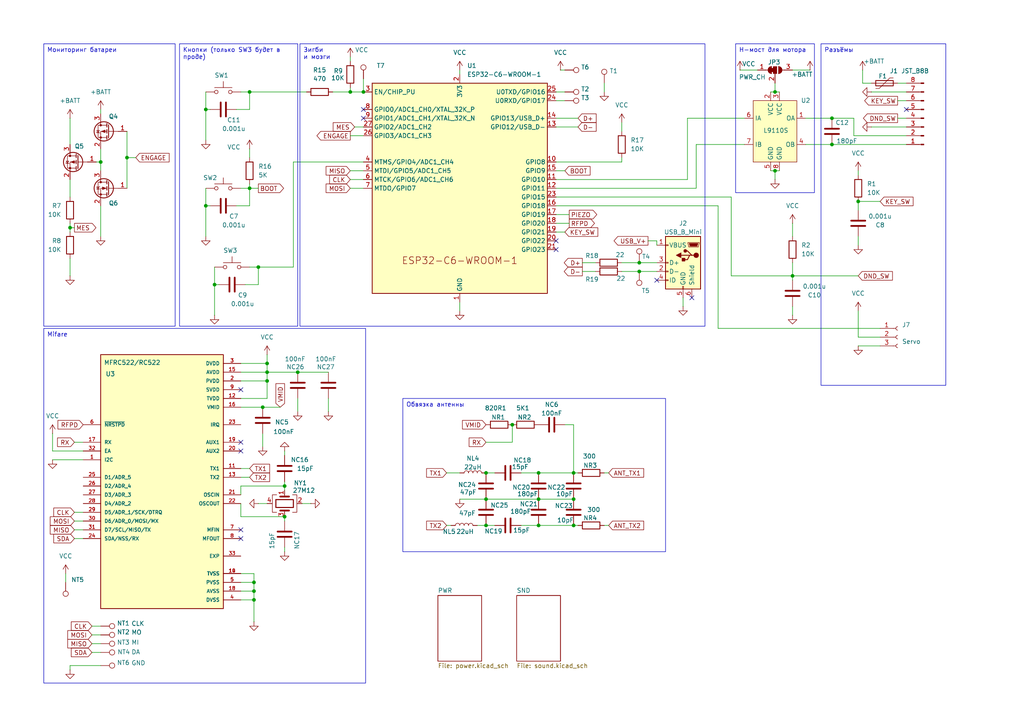
<source format=kicad_sch>
(kicad_sch (version 20250114) (generator "eeschema") (generator_version "9.0")
  (paper "A4")
  (title_block (title "Ornex Z-Lock") (date "2025-06-11") (rev "0.1.0") (company "Ornex") (comment 1 "Корневая страница"))
  (text_box "Мониторинг батареи" (at 12.7 12.7 0) (size 38.1 81.915) (margins 0.9525 0.9525 0.9525 0.9525) (effects (font (size 1.27 1.27)) (justify left top)))
  (text_box "Кнопки (только SW3 будет в проде)" (at 52.07 12.7 0) (size 34.29 81.915) (margins 0.9525 0.9525 0.9525 0.9525) (effects (font (size 1.27 1.27)) (justify left top)))
  (text_box "Mifare" (at 12.7 95.25 0) (size 93.345 102.87) (margins 0.9525 0.9525 0.9525 0.9525) (effects (font (size 1.27 1.27)) (justify left top)))
  (text_box "Н-мост для мотора" (at 213.36 12.7 0) (size 22.86 43.18) (margins 0.9525 0.9525 0.9525 0.9525) (effects (font (size 1.27 1.27)) (justify left top)))
  (text_box "Разъёмы" (at 238.125 12.7 0) (size 36.195 99.06) (margins 0.9525 0.9525 0.9525 0.9525) (effects (font (size 1.27 1.27)) (justify left top)))
  (text_box "Обвязка антенны" (at 116.84 115.57 0) (size 76.2 44.45) (margins 0.9525 0.9525 0.9525 0.9525) (effects (font (size 1.27 1.27)) (justify left top)))
  (text_box "Зигби\nи мозги" (at 86.995 12.7 0) (size 117.475 81.915) (margins 0.9525 0.9525 0.9525 0.9525) (effects (font (size 1.27 1.27)) (justify left top)))
  (junction (at 20.32 66.04))
  (junction (at 166.37 137.16))
  (junction (at 86.36 107.95))
  (junction (at 241.3 41.91))
  (junction (at 248.92 58.42))
  (junction (at 59.69 31.75))
  (junction (at 166.37 144.78))
  (junction (at 156.21 152.4))
  (junction (at 185.42 76.2))
  (junction (at 185.42 78.74))
  (junction (at 77.47 107.95))
  (junction (at 72.39 54.61))
  (junction (at 73.66 171.45))
  (junction (at 76.2 118.11))
  (junction (at 62.23 82.55))
  (junction (at 140.97 144.78))
  (junction (at 166.37 152.4))
  (junction (at 82.55 140.97))
  (junction (at 156.21 137.16))
  (junction (at 82.55 149.86))
  (junction (at 224.79 49.53))
  (junction (at 140.97 152.4))
  (junction (at 148.59 123.19))
  (junction (at 156.21 144.78))
  (junction (at 77.47 105.41))
  (junction (at 224.79 26.67))
  (junction (at 77.47 110.49))
  (junction (at 101.6 26.67))
  (junction (at 241.3 34.29))
  (junction (at 29.21 46.99))
  (junction (at 72.39 26.67))
  (junction (at 229.87 80.01))
  (junction (at 140.97 137.16))
  (junction (at 73.66 173.99))
  (junction (at 59.69 59.69))
  (junction (at 105.41 26.67))
  (junction (at 74.93 77.47))
  (junction (at 73.66 168.91))
  (junction (at 36.83 45.72))
  (no_connect (at 190.5 81.28))
  (no_connect (at 69.85 128.27))
  (no_connect (at 200.66 86.36))
  (no_connect (at 69.85 130.81))
  (no_connect (at 262.89 31.75))
  (no_connect (at 69.85 156.21))
  (no_connect (at 105.41 31.75))
  (no_connect (at 161.29 72.39))
  (no_connect (at 105.41 34.29))
  (no_connect (at 69.85 153.67))
  (no_connect (at 69.85 113.03))
  (no_connect (at 161.29 69.85))
  (wire (pts (xy 21.59 153.67) (xy 24.13 153.67)))
  (wire (pts (xy 82.55 149.86) (xy 82.55 151.13)))
  (wire (pts (xy 102.87 36.83) (xy 105.41 36.83)))
  (wire (pts (xy 151.13 137.16) (xy 156.21 137.16)))
  (wire (pts (xy 26.67 184.15) (xy 29.21 184.15)))
  (wire (pts (xy 20.32 34.29) (xy 20.32 41.91)))
  (wire (pts (xy 71.12 82.55) (xy 74.93 82.55)))
  (wire (pts (xy 260.35 29.21) (xy 262.89 29.21)))
  (wire (pts (xy 73.66 173.99) (xy 69.85 173.99)))
  (wire (pts (xy 248.92 97.79) (xy 255.27 97.79)))
  (wire (pts (xy 69.85 149.86) (xy 82.55 149.86)))
  (wire (pts (xy 161.29 59.69) (xy 208.28 59.69)))
  (wire (pts (xy 101.6 16.51) (xy 101.6 17.78)))
  (wire (pts (xy 72.39 135.89) (xy 69.85 135.89)))
  (wire (pts (xy 29.21 31.75) (xy 29.21 33.02)))
  (wire (pts (xy 69.85 168.91) (xy 73.66 168.91)))
  (wire (pts (xy 21.59 151.13) (xy 24.13 151.13)))
  (wire (pts (xy 29.21 59.69) (xy 29.21 68.58)))
  (wire (pts (xy 36.83 38.1) (xy 36.83 45.72)))
  (wire (pts (xy 201.93 41.91) (xy 215.9 41.91)))
  (wire (pts (xy 260.35 34.29) (xy 262.89 34.29)))
  (wire (pts (xy 77.47 107.95) (xy 86.36 107.95)))
  (wire (pts (xy 241.3 41.91) (xy 262.89 41.91)))
  (wire (pts (xy 156.21 137.16) (xy 166.37 137.16)))
  (wire (pts (xy 101.6 54.61) (xy 105.41 54.61)))
  (wire (pts (xy 96.52 26.67) (xy 101.6 26.67)))
  (wire (pts (xy 198.12 86.36) (xy 198.12 88.9)))
  (wire (pts (xy 224.79 49.53) (xy 224.79 52.07)))
  (wire (pts (xy 229.87 81.28) (xy 229.87 80.01)))
  (wire (pts (xy 82.55 139.7) (xy 82.55 140.97)))
  (wire (pts (xy 59.69 59.69) (xy 59.69 68.58)))
  (wire (pts (xy 161.29 62.23) (xy 165.1 62.23)))
  (wire (pts (xy 76.2 125.73) (xy 76.2 129.54)))
  (wire (pts (xy 68.58 59.69) (xy 72.39 59.69)))
  (wire (pts (xy 69.85 26.67) (xy 72.39 26.67)))
  (wire (pts (xy 161.29 34.29) (xy 167.64 34.29)))
  (wire (pts (xy 185.42 78.74) (xy 190.5 78.74)))
  (wire (pts (xy 223.52 26.67) (xy 224.79 26.67)))
  (wire (pts (xy 151.13 152.4) (xy 156.21 152.4)))
  (wire (pts (xy 73.66 168.91) (xy 73.66 171.45)))
  (wire (pts (xy 69.85 171.45) (xy 73.66 171.45)))
  (wire (pts (xy 76.2 118.11) (xy 81.28 118.11)))
  (wire (pts (xy 229.87 80.01) (xy 248.92 80.01)))
  (wire (pts (xy 20.32 52.07) (xy 20.32 57.15)))
  (wire (pts (xy 140.97 137.16) (xy 143.51 137.16)))
  (wire (pts (xy 161.29 46.99) (xy 180.34 46.99)))
  (wire (pts (xy 176.53 137.16) (xy 175.26 137.16)))
  (wire (pts (xy 59.69 54.61) (xy 59.69 59.69)))
  (wire (pts (xy 15.24 130.81) (xy 24.13 130.81)))
  (wire (pts (xy 163.83 123.19) (xy 166.37 123.19)))
  (wire (pts (xy 161.29 67.31) (xy 163.83 67.31)))
  (wire (pts (xy 72.39 43.18) (xy 72.39 45.72)))
  (wire (pts (xy 82.55 132.08) (xy 82.55 130.81)))
  (wire (pts (xy 19.05 168.91) (xy 19.05 166.37)))
  (wire (pts (xy 233.68 41.91) (xy 241.3 41.91)))
  (wire (pts (xy 101.6 52.07) (xy 105.41 52.07)))
  (wire (pts (xy 199.39 52.07) (xy 161.29 52.07)))
  (wire (pts (xy 224.79 26.67) (xy 226.06 26.67)))
  (wire (pts (xy 69.85 140.97) (xy 82.55 140.97)))
  (wire (pts (xy 26.67 189.23) (xy 29.21 189.23)))
  (wire (pts (xy 140.97 144.78) (xy 156.21 144.78)))
  (wire (pts (xy 260.35 24.13) (xy 262.89 24.13)))
  (wire (pts (xy 72.39 26.67) (xy 88.9 26.67)))
  (wire (pts (xy 62.23 82.55) (xy 62.23 91.44)))
  (wire (pts (xy 72.39 138.43) (xy 69.85 138.43)))
  (wire (pts (xy 77.47 110.49) (xy 77.47 107.95)))
  (wire (pts (xy 201.93 41.91) (xy 201.93 54.61)))
  (wire (pts (xy 20.32 66.04) (xy 20.32 67.31)))
  (wire (pts (xy 73.66 171.45) (xy 73.66 173.99)))
  (wire (pts (xy 21.59 156.21) (xy 24.13 156.21)))
  (wire (pts (xy 85.09 77.47) (xy 74.93 77.47)))
  (wire (pts (xy 77.47 115.57) (xy 77.47 110.49)))
  (wire (pts (xy 148.59 123.19) (xy 148.59 128.27)))
  (wire (pts (xy 95.25 107.95) (xy 86.36 107.95)))
  (wire (pts (xy 29.21 49.53) (xy 29.21 46.99)))
  (wire (pts (xy 69.85 149.86) (xy 69.85 146.05)))
  (wire (pts (xy 223.52 49.53) (xy 224.79 49.53)))
  (wire (pts (xy 101.6 26.67) (xy 105.41 26.67)))
  (wire (pts (xy 214.63 20.32) (xy 219.71 20.32)))
  (wire (pts (xy 59.69 31.75) (xy 59.69 40.64)))
  (wire (pts (xy 161.29 49.53) (xy 163.83 49.53)))
  (wire (pts (xy 248.92 49.53) (xy 248.92 50.8)))
  (wire (pts (xy 26.67 181.61) (xy 29.21 181.61)))
  (wire (pts (xy 133.35 144.78) (xy 140.97 144.78)))
  (wire (pts (xy 74.93 82.55) (xy 74.93 77.47)))
  (wire (pts (xy 133.35 87.63) (xy 133.35 90.17)))
  (wire (pts (xy 248.92 58.42) (xy 248.92 60.96)))
  (wire (pts (xy 73.66 166.37) (xy 73.66 168.91)))
  (wire (pts (xy 21.59 128.27) (xy 24.13 128.27)))
  (wire (pts (xy 168.91 78.74) (xy 172.72 78.74)))
  (wire (pts (xy 36.83 45.72) (xy 36.83 54.61)))
  (wire (pts (xy 138.43 152.4) (xy 140.97 152.4)))
  (wire (pts (xy 77.47 105.41) (xy 77.47 107.95)))
  (wire (pts (xy 95.25 115.57) (xy 95.25 119.38)))
  (wire (pts (xy 212.09 57.15) (xy 212.09 80.01)))
  (wire (pts (xy 199.39 34.29) (xy 215.9 34.29)))
  (wire (pts (xy 77.47 107.95) (xy 69.85 107.95)))
  (wire (pts (xy 72.39 59.69) (xy 72.39 54.61)))
  (wire (pts (xy 208.28 95.25) (xy 255.27 95.25)))
  (wire (pts (xy 77.47 102.87) (xy 77.47 105.41)))
  (wire (pts (xy 180.34 76.2) (xy 185.42 76.2)))
  (wire (pts (xy 90.17 146.05) (xy 87.63 146.05)))
  (wire (pts (xy 161.29 64.77) (xy 165.1 64.77)))
  (wire (pts (xy 224.79 24.13) (xy 224.79 26.67)))
  (wire (pts (xy 161.29 29.21) (xy 163.83 29.21)))
  (wire (pts (xy 229.87 88.9) (xy 229.87 91.44)))
  (wire (pts (xy 21.59 148.59) (xy 24.13 148.59)))
  (wire (pts (xy 59.69 31.75) (xy 60.96 31.75)))
  (wire (pts (xy 20.32 193.04) (xy 20.32 194.31)))
  (wire (pts (xy 73.66 180.34) (xy 73.66 173.99)))
  (wire (pts (xy 129.54 137.16) (xy 133.35 137.16)))
  (wire (pts (xy 250.19 24.13) (xy 250.19 20.32)))
  (wire (pts (xy 82.55 140.97) (xy 82.55 142.24)))
  (wire (pts (xy 208.28 59.69) (xy 208.28 95.25)))
  (wire (pts (xy 166.37 152.4) (xy 167.64 152.4)))
  (wire (pts (xy 85.09 46.99) (xy 85.09 77.47)))
  (wire (pts (xy 59.69 26.67) (xy 59.69 31.75)))
  (wire (pts (xy 69.85 118.11) (xy 76.2 118.11)))
  (wire (pts (xy 252.73 36.83) (xy 262.89 36.83)))
  (wire (pts (xy 176.53 152.4) (xy 175.26 152.4)))
  (wire (pts (xy 250.19 24.13) (xy 252.73 24.13)))
  (wire (pts (xy 105.41 46.99) (xy 85.09 46.99)))
  (wire (pts (xy 105.41 22.86) (xy 105.41 26.67)))
  (wire (pts (xy 69.85 110.49) (xy 77.47 110.49)))
  (wire (pts (xy 201.93 54.61) (xy 161.29 54.61)))
  (wire (pts (xy 82.55 158.75) (xy 82.55 160.02)))
  (wire (pts (xy 190.5 69.85) (xy 190.5 71.12)))
  (wire (pts (xy 187.96 69.85) (xy 190.5 69.85)))
  (wire (pts (xy 163.83 26.67) (xy 161.29 26.67)))
  (wire (pts (xy 101.6 25.4) (xy 101.6 26.67)))
  (wire (pts (xy 180.34 78.74) (xy 185.42 78.74)))
  (wire (pts (xy 133.35 20.32) (xy 133.35 21.59)))
  (wire (pts (xy 255.27 100.33) (xy 248.92 100.33)))
  (wire (pts (xy 224.79 49.53) (xy 226.06 49.53)))
  (wire (pts (xy 72.39 31.75) (xy 72.39 26.67)))
  (wire (pts (xy 15.24 133.35) (xy 24.13 133.35)))
  (wire (pts (xy 101.6 39.37) (xy 105.41 39.37)))
  (wire (pts (xy 26.67 186.69) (xy 29.21 186.69)))
  (wire (pts (xy 140.97 152.4) (xy 143.51 152.4)))
  (wire (pts (xy 248.92 90.17) (xy 248.92 97.79)))
  (wire (pts (xy 248.92 58.42) (xy 255.27 58.42)))
  (wire (pts (xy 59.69 59.69) (xy 60.96 59.69)))
  (wire (pts (xy 248.92 68.58) (xy 248.92 71.12)))
  (wire (pts (xy 180.34 46.99) (xy 180.34 45.72)))
  (wire (pts (xy 180.34 35.56) (xy 180.34 38.1)))
  (wire (pts (xy 20.32 64.77) (xy 20.32 66.04)))
  (wire (pts (xy 86.36 115.57) (xy 86.36 119.38)))
  (wire (pts (xy 212.09 80.01) (xy 229.87 80.01)))
  (wire (pts (xy 156.21 144.78) (xy 166.37 144.78)))
  (wire (pts (xy 72.39 77.47) (xy 74.93 77.47)))
  (wire (pts (xy 161.29 36.83) (xy 167.64 36.83)))
  (wire (pts (xy 161.29 57.15) (xy 212.09 57.15)))
  (wire (pts (xy 166.37 137.16) (xy 167.64 137.16)))
  (wire (pts (xy 229.87 20.32) (xy 234.95 20.32)))
  (wire (pts (xy 62.23 77.47) (xy 62.23 82.55)))
  (wire (pts (xy 69.85 166.37) (xy 73.66 166.37)))
  (wire (pts (xy 247.65 34.29) (xy 247.65 39.37)))
  (wire (pts (xy 69.85 115.57) (xy 77.47 115.57)))
  (wire (pts (xy 20.32 193.04) (xy 29.21 193.04)))
  (wire (pts (xy 156.21 152.4) (xy 166.37 152.4)))
  (wire (pts (xy 68.58 31.75) (xy 72.39 31.75)))
  (wire (pts (xy 62.23 82.55) (xy 63.5 82.55)))
  (wire (pts (xy 199.39 34.29) (xy 199.39 52.07)))
  (wire (pts (xy 229.87 68.58) (xy 229.87 64.77)))
  (wire (pts (xy 229.87 76.2) (xy 229.87 80.01)))
  (wire (pts (xy 77.47 146.05) (xy 74.93 146.05)))
  (wire (pts (xy 241.3 34.29) (xy 247.65 34.29)))
  (wire (pts (xy 69.85 143.51) (xy 69.85 140.97)))
  (wire (pts (xy 247.65 39.37) (xy 262.89 39.37)))
  (wire (pts (xy 233.68 34.29) (xy 241.3 34.29)))
  (wire (pts (xy 72.39 53.34) (xy 72.39 54.61)))
  (wire (pts (xy 36.83 45.72) (xy 39.37 45.72)))
  (wire (pts (xy 69.85 105.41) (xy 77.47 105.41)))
  (wire (pts (xy 72.39 54.61) (xy 74.93 54.61)))
  (wire (pts (xy 162.56 20.32) (xy 163.83 20.32)))
  (wire (pts (xy 130.81 152.4) (xy 129.54 152.4)))
  (wire (pts (xy 252.73 26.67) (xy 262.89 26.67)))
  (wire (pts (xy 140.97 128.27) (xy 148.59 128.27)))
  (wire (pts (xy 69.85 54.61) (xy 72.39 54.61)))
  (wire (pts (xy 29.21 46.99) (xy 27.94 46.99)))
  (wire (pts (xy 185.42 76.2) (xy 190.5 76.2)))
  (wire (pts (xy 175.26 24.13) (xy 175.26 26.67)))
  (wire (pts (xy 15.24 130.81) (xy 15.24 125.73)))
  (wire (pts (xy 101.6 49.53) (xy 105.41 49.53)))
  (wire (pts (xy 168.91 76.2) (xy 172.72 76.2)))
  (wire (pts (xy 20.32 74.93) (xy 20.32 80.01)))
  (wire (pts (xy 166.37 123.19) (xy 166.37 137.16)))
  (wire (pts (xy 20.32 66.04) (xy 21.59 66.04)))
  (wire (pts (xy 29.21 43.18) (xy 29.21 46.99)))
  (global_label "D-" (shape input) (at 167.64 36.83 0) (property "Intersheetrefs" "${INTERSHEET_REFS}" (effects (hide yes))))
  (global_label "RX" (shape input) (at 21.59 128.27 180) (property "Intersheetrefs" "${INTERSHEET_REFS}" (effects (hide yes))))
  (global_label "TX1" (shape input) (at 72.39 135.89 0) (property "Intersheetrefs" "${INTERSHEET_REFS}" (effects (hide yes))))
  (global_label "CLK" (shape input) (at 26.67 181.61 180) (property "Intersheetrefs" "${INTERSHEET_REFS}" (effects (hide yes))))
  (global_label "MISO" (shape input) (at 21.59 153.67 180) (property "Intersheetrefs" "${INTERSHEET_REFS}" (effects (hide yes))))
  (global_label "SDA" (shape input) (at 26.67 189.23 180) (property "Intersheetrefs" "${INTERSHEET_REFS}" (effects (hide yes))))
  (global_label "TX2" (shape input) (at 72.39 138.43 0) (property "Intersheetrefs" "${INTERSHEET_REFS}" (effects (hide yes))))
  (global_label "BOOT" (shape output) (at 74.93 54.61 0) (property "Intersheetrefs" "${INTERSHEET_REFS}" (effects (hide yes))))
  (global_label "MISO" (shape input) (at 101.6 49.53 180) (property "Intersheetrefs" "${INTERSHEET_REFS}" (effects (hide yes))))
  (global_label "MOSI" (shape input) (at 26.67 184.15 180) (property "Intersheetrefs" "${INTERSHEET_REFS}" (effects (hide yes))))
  (global_label "CLK" (shape input) (at 101.6 52.07 180) (property "Intersheetrefs" "${INTERSHEET_REFS}" (effects (hide yes))))
  (global_label "D-" (shape output) (at 168.91 78.74 180) (property "Intersheetrefs" "${INTERSHEET_REFS}" (effects (hide yes))))
  (global_label "DND_SW" (shape input) (at 248.92 80.01 0) (property "Intersheetrefs" "${INTERSHEET_REFS}" (effects (hide yes))))
  (global_label "ENGAGE" (shape input) (at 39.37 45.72 0) (property "Intersheetrefs" "${INTERSHEET_REFS}" (effects (hide yes))))
  (global_label "KEY_SW" (shape input) (at 163.83 67.31 0) (property "Intersheetrefs" "${INTERSHEET_REFS}" (effects (hide yes))))
  (global_label "RX" (shape input) (at 140.97 128.27 180) (property "Intersheetrefs" "${INTERSHEET_REFS}" (effects (hide yes))))
  (global_label "TX1" (shape input) (at 129.54 137.16 180) (property "Intersheetrefs" "${INTERSHEET_REFS}" (effects (hide yes))))
  (global_label "RFPD" (shape input) (at 24.13 123.19 180) (property "Intersheetrefs" "${INTERSHEET_REFS}" (effects (hide yes))))
  (global_label "KEY_SW" (shape output) (at 260.35 29.21 180) (property "Intersheetrefs" "${INTERSHEET_REFS}" (effects (hide yes))))
  (global_label "ANT_TX2" (shape input) (at 176.53 152.4 0) (property "Intersheetrefs" "${INTERSHEET_REFS}" (effects (hide yes))))
  (global_label "D+" (shape input) (at 167.64 34.29 0) (property "Intersheetrefs" "${INTERSHEET_REFS}" (effects (hide yes))))
  (global_label "D+" (shape output) (at 168.91 76.2 180) (property "Intersheetrefs" "${INTERSHEET_REFS}" (effects (hide yes))))
  (global_label "TX2" (shape input) (at 129.54 152.4 180) (property "Intersheetrefs" "${INTERSHEET_REFS}" (effects (hide yes))))
  (global_label "ENGAGE" (shape output) (at 101.6 39.37 180) (property "Intersheetrefs" "${INTERSHEET_REFS}" (effects (hide yes))))
  (global_label "MOSI" (shape input) (at 101.6 54.61 180) (property "Intersheetrefs" "${INTERSHEET_REFS}" (effects (hide yes))))
  (global_label "CLK" (shape input) (at 21.59 148.59 180) (property "Intersheetrefs" "${INTERSHEET_REFS}" (effects (hide yes))))
  (global_label "MISO" (shape input) (at 26.67 186.69 180) (property "Intersheetrefs" "${INTERSHEET_REFS}" (effects (hide yes))))
  (global_label "PIEZO" (shape output) (at 165.1 62.23 0) (property "Intersheetrefs" "${INTERSHEET_REFS}" (effects (hide yes))))
  (global_label "RFPD" (shape output) (at 165.1 64.77 0) (property "Intersheetrefs" "${INTERSHEET_REFS}" (effects (hide yes))))
  (global_label "DND_SW" (shape output) (at 260.35 34.29 180) (property "Intersheetrefs" "${INTERSHEET_REFS}" (effects (hide yes))))
  (global_label "BOOT" (shape input) (at 163.83 49.53 0) (property "Intersheetrefs" "${INTERSHEET_REFS}" (effects (hide yes))))
  (global_label "USB_V+" (shape output) (at 187.96 69.85 180) (property "Intersheetrefs" "${INTERSHEET_REFS}" (effects (hide yes))))
  (global_label "SDA" (shape input) (at 21.59 156.21 180) (property "Intersheetrefs" "${INTERSHEET_REFS}" (effects (hide yes))))
  (global_label "MES" (shape input) (at 102.87 36.83 180) (property "Intersheetrefs" "${INTERSHEET_REFS}" (effects (hide yes))))
  (global_label "MES" (shape output) (at 21.59 66.04 0) (property "Intersheetrefs" "${INTERSHEET_REFS}" (effects (hide yes))))
  (global_label "VMID" (shape input) (at 81.28 118.11 90) (property "Intersheetrefs" "${INTERSHEET_REFS}" (effects (hide yes))))
  (global_label "VMID" (shape input) (at 140.97 123.19 180) (property "Intersheetrefs" "${INTERSHEET_REFS}" (effects (hide yes))))
  (global_label "KEY_SW" (shape input) (at 255.27 58.42 0) (property "Intersheetrefs" "${INTERSHEET_REFS}" (effects (hide yes))))
  (global_label "MOSI" (shape input) (at 21.59 151.13 180) (property "Intersheetrefs" "${INTERSHEET_REFS}" (effects (hide yes))))
  (global_label "ANT_TX1" (shape input) (at 176.53 137.16 0) (property "Intersheetrefs" "${INTERSHEET_REFS}" (effects (hide yes))))
  (symbol (lib_id "power:VCC") (at 248.92 49.53 0) (unit 1)
    (property "Reference" "#PWR06" (effects (hide yes)))
    (property "Value" "VCC" (at 248.92 44.45 0))
    (property "Description" "Power symbol creates a global label with name \"VCC\"" (effects (hide yes)))
  )
  (symbol (lib_id "PCM_Espressif:ESP32-C6-WROOM-1") (at 133.35 54.61 0) (unit 1)
    (property "Reference" "U1" (at 135.4933 19.05 0) (effects (justify left)))
    (property "Value" "ESP32-C6-WROOM-1" (at 135.4933 21.59 0) (effects (justify left)))
    (property "Footprint" "PCM_Espressif:ESP32-C6-WROOM-1" (effects (hide yes)))
    (property "Datasheet" "https://www.espressif.com/sites/default/files/documentation/esp32-c6-wroom-1_wroom-1u_datasheet_en.pdf" (effects (hide yes)))
    (property "Description" "ESP32-C6-WROOM-1/U is a module that supports 2.4 GHz Wi-Fi 6 (802.11 ax), Bluetooth® 5 (LE), Zigbee and Thread (802.15.4)" (effects (hide yes)))
  )
  (symbol (lib_id "Device:R") (at 20.32 71.12 0) (mirror y) (unit 1)
    (property "Reference" "R8" (at 17.78 69.8499 0) (effects (justify left)))
    (property "Value" "10K" (at 17.78 72.3899 0) (effects (justify left)))
    (property "Footprint" "Resistor_SMD:R_0805_2012Metric_Pad1.20x1.40mm_HandSolder" (effects (hide yes)))
    (property "Description" "Resistor" (effects (hide yes)))
  )
  (symbol (lib_id "Connector:TestPoint") (at 163.83 26.67 270) (unit 1)
    (property "Reference" "T2" (at 168.529 25.8353 90) (effects (justify left)))
    (property "Value" "TX" (effects (hide yes)))
    (property "Footprint" "TestPoint:TestPoint_Pad_D1.0mm" (effects (hide yes)))
  )
  (symbol (lib_id "power:GND") (at 248.92 100.33 0) (unit 1)
    (property "Reference" "#PWR011" (effects (hide yes)))
    (property "Value" "GND" (effects (hide yes)))
    (property "Description" "Power symbol creates a global label with name \"GND\" , ground" (effects (hide yes)))
  )
  (symbol (lib_id "OrnexParts:Si2323") (at 31.75 38.1 0) (mirror y) (unit 1)
    (property "Reference" "Q4" (at 34.29 33.782 0) (effects (justify left)))
    (property "Value" "Si2323" (effects (hide yes)))
    (property "Footprint" "Package_TO_SOT_SMD:SOT-23" (effects (hide yes)))
    (property "Datasheet" "http://www.vishay.com/docs/66709/si2319cd.pdf" (effects (hide yes)))
    (property "Description" "-4.4A Id, -40V Vds, P-Channel MOSFET, SOT-23" (effects (hide yes)))
  )
  (symbol (lib_id "power:GND") (at 15.24 133.35 0) (unit 1)
    (property "Reference" "#PWR0111" (effects (hide yes)))
    (property "Value" "GND" (effects (hide yes)))
  )
  (symbol (lib_id "OrnexParts:Si2323") (at 22.86 46.99 0) (mirror y) (unit 1)
    (property "Reference" "Q5" (at 24.384 42.418 0) (effects (justify left)))
    (property "Value" "Si2323" (effects (hide yes)))
    (property "Footprint" "Package_TO_SOT_SMD:SOT-23" (effects (hide yes)))
    (property "Datasheet" "http://www.vishay.com/docs/66709/si2319cd.pdf" (effects (hide yes)))
    (property "Description" "-4.4A Id, -40V Vds, P-Channel MOSFET, SOT-23" (effects (hide yes)))
  )
  (symbol (lib_id "power:+BATT") (at 20.32 34.29 0) (mirror y) (unit 1)
    (property "Reference" "#PWR029" (effects (hide yes)))
    (property "Value" "+BATT" (at 20.32 29.21 0))
    (property "Description" "Power symbol creates a global label with name \"+BATT\"" (effects (hide yes)))
  )
  (symbol (lib_id "power:GND") (at 73.66 180.34 0) (unit 1)
    (property "Reference" "#PWR0109" (effects (hide yes)))
    (property "Value" "GND" (effects (hide yes)))
  )
  (symbol (lib_id "Device:R") (at 144.78 123.19 90) (unit 1)
    (property "Reference" "NR1" (at 144.526 121.031 90))
    (property "Value" "820R1" (at 143.764 118.364 90))
    (property "Footprint" "Resistor_SMD:R_0805_2012Metric_Pad1.20x1.40mm_HandSolder" (effects (hide yes)))
  )
  (symbol (lib_id "power:GND") (at 74.93 146.05 270) (unit 1)
    (property "Reference" "#PWR0105" (effects (hide yes)))
    (property "Value" "GND" (effects (hide yes)))
  )
  (symbol (lib_id "Device:C") (at 166.37 148.59 0) (unit 1)
    (property "Reference" "NC23" (at 160.909 146.685 0) (effects (justify left)))
    (property "Value" "10pF" (at 161.544 150.876 0) (effects (justify left)))
    (property "Footprint" "Capacitor_SMD:C_0805_2012Metric_Pad1.18x1.45mm_HandSolder" (effects (hide yes)))
  )
  (symbol (lib_id "power:+BATT") (at 234.95 20.32 0) (unit 1)
    (property "Reference" "#PWR04" (effects (hide yes)))
    (property "Value" "+BATT" (at 232.664 21.59 0))
    (property "Description" "Power symbol creates a global label with name \"+BATT\"" (effects (hide yes)))
  )
  (symbol (lib_id "power:GND") (at 59.69 68.58 0) (mirror y) (unit 1)
    (property "Reference" "#PWR038" (effects (hide yes)))
    (property "Value" "GND" (effects (hide yes)))
    (property "Description" "Power symbol creates a global label with name \"GND\" , ground" (effects (hide yes)))
  )
  (symbol (lib_id "Device:R") (at 92.71 26.67 90) (unit 1)
    (property "Reference" "R15" (at 92.71 20.32 90))
    (property "Value" "470" (at 92.71 22.86 90))
    (property "Footprint" "Resistor_SMD:R_0805_2012Metric_Pad1.20x1.40mm_HandSolder" (effects (hide yes)))
    (property "Description" "Resistor" (effects (hide yes)))
  )
  (symbol (lib_id "Device:C") (at 166.37 140.97 0) (unit 1)
    (property "Reference" "NC22" (at 158.75 141.351 0) (effects (justify left)))
    (property "Value" "10pF" (at 161.29 143.256 0) (effects (justify left)))
    (property "Footprint" "Capacitor_SMD:C_0805_2012Metric_Pad1.18x1.45mm_HandSolder" (effects (hide yes)))
  )
  (symbol (lib_id "power:VCC") (at 77.47 102.87 0) (unit 1)
    (property "Reference" "#PWR012" (effects (hide yes)))
    (property "Value" "VCC" (at 77.47 97.79 0))
    (property "Description" "Power symbol creates a global label with name \"VCC\"" (effects (hide yes)))
  )
  (symbol (lib_id "Switch:SW_Push") (at 67.31 77.47 0) (unit 1)
    (property "Reference" "SW3" (at 66.802 72.644 0))
    (property "Value" "NT_RST" (effects (hide yes)))
    (property "Footprint" "Button_Switch_SMD:SW_Push_1P1T_XKB_TS-1187A" (effects (hide yes)))
    (property "Description" "Push button switch, generic, two pins" (effects (hide yes)))
  )
  (symbol (lib_id "power:GND") (at 95.25 119.38 0) (unit 1)
    (property "Reference" "#PWR025" (effects (hide yes)))
    (property "Value" "GND" (effects (hide yes)))
    (property "Description" "Power symbol creates a global label with name \"GND\" , ground" (effects (hide yes)))
  )
  (symbol (lib_id "power:GND") (at 82.55 130.81 180) (unit 1)
    (property "Reference" "#PWR0102" (effects (hide yes)))
    (property "Value" "GND" (effects (hide yes)))
  )
  (symbol (lib_id "Device:C") (at 160.02 123.19 90) (unit 1)
    (property "Reference" "NC6" (at 160.02 117.3312 90))
    (property "Value" "100nF" (at 160.02 119.8681 90))
    (property "Footprint" "Capacitor_SMD:C_0805_2012Metric_Pad1.18x1.45mm_HandSolder" (effects (hide yes)))
  )
  (symbol (lib_id "Device:R") (at 180.34 41.91 0) (unit 1)
    (property "Reference" "R17" (at 182.88 40.6399 0) (effects (justify left)))
    (property "Value" "10K" (at 182.88 43.1799 0) (effects (justify left)))
    (property "Footprint" "Resistor_SMD:R_0805_2012Metric_Pad1.20x1.40mm_HandSolder" (effects (hide yes)))
    (property "Description" "Resistor" (effects (hide yes)))
  )
  (symbol (lib_id "Device:C") (at 156.21 148.59 0) (unit 1)
    (property "Reference" "NC21" (at 150.749 146.177 0) (effects (justify left)))
    (property "Value" "180pF" (at 147.955 148.336 0) (effects (justify left)))
    (property "Footprint" "Capacitor_SMD:C_0805_2012Metric_Pad1.18x1.45mm_HandSolder" (effects (hide yes)))
  )
  (symbol (lib_id "Device:R") (at 176.53 78.74 90) (unit 1)
    (property "Reference" "R19" (at 171.704 81.026 90))
    (property "Value" "22" (at 180.086 80.772 90))
    (property "Footprint" "Resistor_SMD:R_0805_2012Metric_Pad1.20x1.40mm_HandSolder" (effects (hide yes)))
    (property "Description" "Resistor" (effects (hide yes)))
  )
  (symbol (lib_id "Connector:Conn_01x08_Pin") (at 267.97 34.29 180) (unit 1)
    (property "Reference" "J1" (at 258.064 20.574 0) (effects (justify right)))
    (property "Value" "JST_B8B" (at 261.366 20.574 0) (effects (justify right)))
    (property "Footprint" "Connector_JST:JST_PH_B8B-PH-SM4-TB_1x08-1MP_P2.00mm_Vertical" (effects (hide yes)))
    (property "Description" "Generic connector, single row, 01x08, script generated" (effects (hide yes)))
  )
  (symbol (lib_id "Device:C") (at 64.77 59.69 90) (unit 1)
    (property "Reference" "C7" (at 67.818 62.7411 90))
    (property "Value" "0.001u" (at 67.818 65.278 90))
    (property "Footprint" "Capacitor_SMD:C_0805_2012Metric_Pad1.18x1.45mm_HandSolder" (effects (hide yes)))
  )
  (symbol (lib_id "Device:R") (at 171.45 137.16 90) (unit 1)
    (property "Reference" "NR3" (at 171.196 135.001 90))
    (property "Value" "300" (at 170.942 132.334 90))
    (property "Footprint" "Resistor_SMD:R_0805_2012Metric_Pad1.20x1.40mm_HandSolder" (effects (hide yes)))
  )
  (symbol (lib_id "Connector:TestPoint") (at 29.21 193.04 270) (unit 1)
    (property "Reference" "NT6" (at 33.909 192.2053 90) (effects (justify left)))
    (property "Value" "GND" (at 38.1 192.278 90) (effects (justify left)))
    (property "Footprint" "TestPoint:TestPoint_Pad_1.0x1.0mm" (effects (hide yes)))
  )
  (symbol (lib_id "Device:C") (at 147.32 137.16 90) (unit 1)
    (property "Reference" "NC18" (at 151.511 133.477 90))
    (property "Value" "15pF" (at 150.876 135.382 90))
    (property "Footprint" "Capacitor_SMD:C_0805_2012Metric_Pad1.18x1.45mm_HandSolder" (effects (hide yes)))
  )
  (symbol (lib_id "Device:C") (at 229.87 85.09 180) (unit 1)
    (property "Reference" "C10" (at 236.22 85.5949 0))
    (property "Value" "0.001u" (at 236.22 83.058 0))
    (property "Footprint" "Capacitor_SMD:C_0805_2012Metric_Pad1.18x1.45mm_HandSolder" (effects (hide yes)))
  )
  (symbol (lib_id "OrnexParts:L9110S") (at 224.79 38.1 0) (unit 1)
    (property "Reference" "U2" (at 233.68 29.1398 0))
    (property "Value" "L9110S" (at 225.044 37.846 0))
    (property "Footprint" "Package_SO:SOP-8_3.9x4.9mm_P1.27mm" (effects (hide yes)))
  )
  (symbol (lib_id "power:+BATT") (at 250.19 20.32 0) (unit 1)
    (property "Reference" "#PWR036" (effects (hide yes)))
    (property "Value" "+BATT" (at 253.492 17.78 0))
    (property "Description" "Power symbol creates a global label with name \"+BATT\"" (effects (hide yes)))
  )
  (symbol (lib_id "power:GND") (at 252.73 36.83 270) (unit 1)
    (property "Reference" "#PWR08" (effects (hide yes)))
    (property "Value" "GND" (effects (hide yes)))
    (property "Description" "Power symbol creates a global label with name \"GND\" , ground" (effects (hide yes)))
  )
  (symbol (lib_id "power:GND") (at 59.69 40.64 0) (mirror y) (unit 1)
    (property "Reference" "#PWR037" (effects (hide yes)))
    (property "Value" "GND" (effects (hide yes)))
    (property "Description" "Power symbol creates a global label with name \"GND\" , ground" (effects (hide yes)))
  )
  (symbol (lib_id "power:VCC") (at 19.05 166.37 0) (unit 1)
    (property "Reference" "#PWR028" (effects (hide yes)))
    (property "Value" "VCC" (at 19.05 161.29 0))
    (property "Description" "Power symbol creates a global label with name \"VCC\"" (effects (hide yes)))
  )
  (symbol (lib_id "power:GND") (at 224.79 52.07 0) (unit 1)
    (property "Reference" "#PWR05" (effects (hide yes)))
    (property "Value" "GND" (effects (hide yes)))
    (property "Description" "Power symbol creates a global label with name \"GND\" , ground" (effects (hide yes)))
  )
  (symbol (lib_id "power:GND") (at 62.23 91.44 0) (mirror y) (unit 1)
    (property "Reference" "#PWR043" (effects (hide yes)))
    (property "Value" "GND" (effects (hide yes)))
    (property "Description" "Power symbol creates a global label with name \"GND\" , ground" (effects (hide yes)))
  )
  (symbol (lib_id "Device:C") (at 67.31 82.55 90) (unit 1)
    (property "Reference" "C9" (at 70.358 85.6011 90))
    (property "Value" "0.001u" (at 70.358 88.138 90))
    (property "Footprint" "Capacitor_SMD:C_0805_2012Metric_Pad1.18x1.45mm_HandSolder" (effects (hide yes)))
  )
  (symbol (lib_id "Device:C") (at 156.21 140.97 0) (unit 1)
    (property "Reference" "NC20" (at 148.59 141.351 0) (effects (justify left)))
    (property "Value" "180pF" (at 149.987 143.256 0) (effects (justify left)))
    (property "Footprint" "Capacitor_SMD:C_0805_2012Metric_Pad1.18x1.45mm_HandSolder" (effects (hide yes)))
  )
  (symbol (lib_id "Connector:TestPoint") (at 185.42 78.74 180) (unit 1)
    (property "Reference" "T5" (at 188.468 84.328 0) (effects (justify left)))
    (property "Value" "D-" (effects (hide yes)))
    (property "Footprint" "Ornex:TestPoint_THTPad_D0.6mm_Drill0.3mm" (effects (hide yes)))
  )
  (symbol (lib_id "Connector:TestPoint") (at 175.26 24.13 0) (unit 1)
    (property "Reference" "T1" (at 176.784 20.574 0) (effects (justify left)))
    (property "Value" "GND" (effects (hide yes)))
    (property "Footprint" "Ornex:TestPoint_THTPad_D0.6mm_Drill0.3mm" (effects (hide yes)))
  )
  (symbol (lib_id "Device:R") (at 229.87 72.39 0) (unit 1)
    (property "Reference" "R2" (at 232.41 71.1199 0) (effects (justify left)))
    (property "Value" "10K" (at 232.41 73.6599 0) (effects (justify left)))
    (property "Footprint" "Resistor_SMD:R_0805_2012Metric_Pad1.20x1.40mm_HandSolder" (effects (hide yes)))
    (property "Description" "Resistor" (effects (hide yes)))
  )
  (symbol (lib_id "Transistor_FET:AO3400A") (at 31.75 54.61 0) (mirror y) (unit 1)
    (property "Reference" "Q6" (at 34.29 58.928 0) (effects (justify left)))
    (property "Value" "AO3400A" (effects (hide yes)))
    (property "Footprint" "Package_TO_SOT_SMD:SOT-23" (effects (hide yes)))
    (property "Datasheet" "http://www.aosmd.com/pdfs/datasheet/AO3400A.pdf" (effects (hide yes)))
    (property "Description" "30V Vds, 5.7A Id, N-Channel MOSFET, SOT-23" (effects (hide yes)))
  )
  (symbol (lib_id "power:GND") (at 252.73 26.67 270) (unit 1)
    (property "Reference" "#PWR013" (effects (hide yes)))
    (property "Value" "GND" (effects (hide yes)))
    (property "Description" "Power symbol creates a global label with name \"GND\" , ground" (effects (hide yes)))
  )
  (symbol (lib_id "Device:C") (at 147.32 152.4 90) (unit 1)
    (property "Reference" "NC19" (at 143.129 154.051 90))
    (property "Value" "15pF" (at 151.257 153.797 90))
    (property "Footprint" "Capacitor_SMD:C_0805_2012Metric_Pad1.18x1.45mm_HandSolder" (effects (hide yes)))
  )
  (symbol (lib_id "Connector:USB_B_Mini") (at 198.12 76.2 0) (mirror y) (unit 1)
    (property "Reference" "J2" (at 198.12 64.77 0))
    (property "Value" "USB_B_Mini" (at 198.12 67.31 0))
    (property "Footprint" "Connector_USB:USB_Mini-B_Wuerth_65100516121_Horizontal" (effects (hide yes)))
    (property "Description" "USB Mini Type B connector" (effects (hide yes)))
  )
  (symbol (lib_id "Device:C") (at 241.3 38.1 0) (unit 1)
    (property "Reference" "C12" (at 242.316 35.56 0) (effects (justify left)))
    (property "Value" "180pF" (at 242.57 40.894 0) (effects (justify left)))
    (property "Footprint" "Capacitor_SMD:C_0805_2012Metric_Pad1.18x1.45mm_HandSolder" (effects (hide yes)))
  )
  (symbol (lib_id "Device:R") (at 152.4 123.19 90) (unit 1)
    (property "Reference" "NR2" (at 152.146 121.031 90))
    (property "Value" "5K1" (at 151.638 118.364 90))
    (property "Footprint" "Resistor_SMD:R_0805_2012Metric_Pad1.20x1.40mm_HandSolder" (effects (hide yes)))
  )
  (symbol (lib_id "Connector:TestPoint") (at 29.21 181.61 270) (unit 1)
    (property "Reference" "NT1" (at 33.909 180.7753 90) (effects (justify left)))
    (property "Value" "CLK" (at 38.1 180.848 90) (effects (justify left)))
    (property "Footprint" "TestPoint:TestPoint_Pad_1.0x1.0mm" (effects (hide yes)))
  )
  (symbol (lib_id "Connector:TestPoint") (at 29.21 186.69 270) (unit 1)
    (property "Reference" "NT3" (at 33.909 186.309 90) (effects (justify left)))
    (property "Value" "MI" (at 38.1 186.309 90) (effects (justify left)))
    (property "Footprint" "TestPoint:TestPoint_Pad_1.0x1.0mm" (effects (hide yes)))
  )
  (symbol (lib_id "Device:C") (at 86.36 111.76 180) (unit 1)
    (property "Reference" "NC26" (at 83.058 106.426 0) (effects (justify right)))
    (property "Value" "100nF" (at 82.55 104.14 0) (effects (justify right)))
    (property "Footprint" "Capacitor_SMD:C_0805_2012Metric_Pad1.18x1.45mm_HandSolder" (effects (hide yes)))
  )
  (symbol (lib_id "Device:R") (at 20.32 60.96 0) (mirror y) (unit 1)
    (property "Reference" "R7" (at 17.78 59.6899 0) (effects (justify left)))
    (property "Value" "10K" (at 17.78 62.2299 0) (effects (justify left)))
    (property "Footprint" "Resistor_SMD:R_0805_2012Metric_Pad1.20x1.40mm_HandSolder" (effects (hide yes)))
    (property "Description" "Resistor" (effects (hide yes)))
  )
  (symbol (lib_id "power:VCC") (at 214.63 20.32 0) (unit 1)
    (property "Reference" "#PWR024" (effects (hide yes)))
    (property "Value" "VCC" (at 217.17 18.542 0))
    (property "Description" "Power symbol creates a global label with name \"VCC\"" (effects (hide yes)))
  )
  (symbol (lib_id "Connector:TestPoint") (at 29.21 189.23 270) (unit 1)
    (property "Reference" "NT4" (at 34.036 189.103 90) (effects (justify left)))
    (property "Value" "DA" (at 38.1 189.103 90) (effects (justify left)))
    (property "Footprint" "TestPoint:TestPoint_Pad_1.0x1.0mm" (effects (hide yes)))
  )
  (symbol (lib_id "Device:Polyfuse") (at 256.54 24.13 90) (unit 1)
    (property "Reference" "F1" (at 256.032 22.098 90))
    (property "Value" "Polyfuse" (effects (hide yes)))
    (property "Footprint" "Fuse:Fuse_1206_3216Metric_Pad1.42x1.75mm_HandSolder" (effects (hide yes)))
    (property "Datasheet" "https://www.chipdip.ru/product0/8028849572" (effects (hide yes)))
    (property "Description" "Resettable fuse, polymeric positive temperature coefficient" (effects (hide yes)))
  )
  (symbol (lib_id "power:GND") (at 20.32 194.31 0) (unit 1)
    (property "Reference" "#PWR0112" (effects (hide yes)))
    (property "Value" "GND" (effects (hide yes)))
  )
  (symbol (lib_id "Switch:SW_Push") (at 64.77 26.67 0) (unit 1)
    (property "Reference" "SW1" (at 64.262 21.844 0))
    (property "Value" "RST" (effects (hide yes)))
    (property "Footprint" "Button_Switch_SMD:SW_Push_1P1T_XKB_TS-1187A" (effects (hide yes)))
    (property "Description" "Push button switch, generic, two pins" (effects (hide yes)))
  )
  (symbol (lib_id "Connector:TestPoint") (at 163.83 20.32 270) (unit 1)
    (property "Reference" "T6" (at 168.529 19.4853 90) (effects (justify left)))
    (property "Value" "VCC" (effects (hide yes)))
    (property "Footprint" "Ornex:TestPoint_THTPad_D0.6mm_Drill0.3mm" (effects (hide yes)))
  )
  (symbol (lib_id "power:GND") (at 76.2 129.54 0) (unit 1)
    (property "Reference" "#PWR0101" (effects (hide yes)))
    (property "Value" "GND" (effects (hide yes)))
  )
  (symbol (lib_id "Connector:Conn_01x03_Socket") (at 260.35 97.79 0) (unit 1)
    (property "Reference" "J7" (at 261.62 94.234 0) (effects (justify left)))
    (property "Value" "Servo" (at 261.62 99.0599 0) (effects (justify left)))
    (property "Footprint" "Connector_Molex:Molex_PicoBlade_53398-0371_1x03-1MP_P1.25mm_Vertical" (effects (hide yes)))
    (property "Description" "Generic connector, single row, 01x03, script generated" (effects (hide yes)))
  )
  (symbol (lib_id "Connector:TestPoint") (at 163.83 29.21 270) (unit 1)
    (property "Reference" "T3" (at 168.529 28.3753 90) (effects (justify left)))
    (property "Value" "RX" (effects (hide yes)))
    (property "Footprint" "TestPoint:TestPoint_Pad_D1.0mm" (effects (hide yes)))
  )
  (symbol (lib_id "power:VCC") (at 180.34 35.56 0) (unit 1)
    (property "Reference" "#PWR042" (effects (hide yes)))
    (property "Value" "VCC" (at 180.34 30.48 0))
    (property "Description" "Power symbol creates a global label with name \"VCC\"" (effects (hide yes)))
  )
  (symbol (lib_id "Jumper:SolderJumper_3_Bridged12") (at 224.79 20.32 0) (unit 1) (in_bom no)
    (property "Reference" "JP3" (at 224.536 18.034 0))
    (property "Value" "PWR_CH" (at 218.186 22.352 0))
    (property "Footprint" "Jumper:SolderJumper-3_P1.3mm_Bridged12_RoundedPad1.0x1.5mm" (effects (hide yes)))
    (property "Description" "3-pole Solder Jumper, pins 1+2 closed/bridged" (effects (hide yes)))
  )
  (symbol (lib_id "Device:C") (at 82.55 154.94 0) (unit 1)
    (property "Reference" "NC17" (at 86.106 156.718 90))
    (property "Value" "15pF" (at 78.867 156.845 90))
    (property "Footprint" "Capacitor_SMD:C_0805_2012Metric_Pad1.18x1.45mm_HandSolder" (effects (hide yes)))
  )
  (symbol (lib_id "power:GND") (at 248.92 71.12 0) (unit 1)
    (property "Reference" "#PWR039" (effects (hide yes)))
    (property "Value" "GND" (effects (hide yes)))
    (property "Description" "Power symbol creates a global label with name \"GND\" , ground" (effects (hide yes)))
  )
  (symbol (lib_id "power:GND") (at 175.26 26.67 0) (unit 1)
    (property "Reference" "#PWR034" (effects (hide yes)))
    (property "Value" "GND" (effects (hide yes)))
    (property "Description" "Power symbol creates a global label with name \"GND\" , ground" (effects (hide yes)))
  )
  (symbol (lib_id "Device:R") (at 171.45 152.4 90) (unit 1)
    (property "Reference" "NR4" (at 171.196 150.241 90))
    (property "Value" "300" (at 172.212 147.828 90))
    (property "Footprint" "Resistor_SMD:R_0805_2012Metric_Pad1.20x1.40mm_HandSolder" (effects (hide yes)))
  )
  (symbol (lib_id "power:GND") (at 86.36 119.38 0) (unit 1)
    (property "Reference" "#PWR026" (effects (hide yes)))
    (property "Value" "GND" (effects (hide yes)))
    (property "Description" "Power symbol creates a global label with name \"GND\" , ground" (effects (hide yes)))
  )
  (symbol (lib_id "Device:R") (at 248.92 54.61 0) (unit 1)
    (property "Reference" "R1" (at 251.46 53.3399 0) (effects (justify left)))
    (property "Value" "10K" (at 251.46 55.8799 0) (effects (justify left)))
    (property "Footprint" "Resistor_SMD:R_0805_2012Metric_Pad1.20x1.40mm_HandSolder" (effects (hide yes)))
    (property "Description" "Resistor" (effects (hide yes)))
  )
  (symbol (lib_id "Device:C") (at 82.55 135.89 180) (unit 1)
    (property "Reference" "NC16" (at 84.328 133.35 0) (effects (justify right)))
    (property "Value" "15pF" (at 86.106 135.89 0) (effects (justify right)))
    (property "Footprint" "Capacitor_SMD:C_0805_2012Metric_Pad1.18x1.45mm_HandSolder" (effects (hide yes)))
  )
  (symbol (lib_id "power:+BATT") (at 29.21 31.75 0) (mirror y) (unit 1)
    (property "Reference" "#PWR031" (effects (hide yes)))
    (property "Value" "+BATT" (at 29.21 26.67 0))
    (property "Description" "Power symbol creates a global label with name \"+BATT\"" (effects (hide yes)))
  )
  (symbol (lib_id "Connector:TestPoint") (at 105.41 22.86 0) (unit 1)
    (property "Reference" "T7" (at 109.22 19.05 0) (effects (justify left)))
    (property "Value" "RES" (effects (hide yes)))
    (property "Footprint" "TestPoint:TestPoint_Pad_1.0x1.0mm" (effects (hide yes)))
  )
  (symbol (lib_id "power:VCC") (at 72.39 43.18 0) (unit 1)
    (property "Reference" "#PWR041" (effects (hide yes)))
    (property "Value" "VCC" (at 67.818 42.672 0))
    (property "Description" "Power symbol creates a global label with name \"VCC\"" (effects (hide yes)))
  )
  (symbol (lib_id "power:GND") (at 20.32 80.01 0) (mirror y) (unit 1)
    (property "Reference" "#PWR030" (effects (hide yes)))
    (property "Value" "GND" (effects (hide yes)))
    (property "Description" "Power symbol creates a global label with name \"GND\" , ground" (effects (hide yes)))
  )
  (symbol (lib_id "RFID:MFRC522{brace}slash}RC522") (at 46.99 138.43 0) (unit 1)
    (property "Reference" "U3" (at 32.004 108.458 0))
    (property "Value" "MFRC522{slash}RC522" (at 38.354 105.156 0))
    (property "Footprint" "Package_DFN_QFN:HVQFN-32-1EP_5x5mm_P0.5mm_EP3.1x3.1mm" (effects (hide yes)))
    (property "B_MIN" "0.18" (effects (hide yes)))
    (property "PIN_COUNT_E" "8.0" (effects (hide yes)))
    (property "L_NOM" "0.4" (effects (hide yes)))
    (property "B_MAX" "0.3" (effects (hide yes)))
    (property "E_NOM" "5.0" (effects (hide yes)))
    (property "MAXIMUM_PACKAGE_HEIGHT" "1.0 mm" (effects (hide yes)))
    (property "STANDARD" "IPC 7351B" (effects (hide yes)))
    (property "ENOM" "0.5" (effects (hide yes)))
    (property "E_MAX" "5.1" (effects (hide yes)))
    (property "E_MIN" "4.9" (effects (hide yes)))
    (property "B_NOM" "0.24" (effects (hide yes)))
    (property "D_NOM" "5.0" (effects (hide yes)))
    (property "D_MIN" "4.9" (effects (hide yes)))
    (property "D_MAX" "5.1" (effects (hide yes)))
    (property "E2_NOM" "3.1" (effects (hide yes)))
    (property "PIN_COUNT_D" "8.0" (effects (hide yes)))
    (property "D2_NOM" "3.1" (effects (hide yes)))
    (property "L_MIN" "0.3" (effects (hide yes)))
    (property "MANUFACTURER" "NXP" (effects (hide yes)))
    (property "L_MAX" "0.5" (effects (hide yes)))
    (property "PARTREV" "3.9" (effects (hide yes)))
  )
  (symbol (lib_id "Device:R") (at 72.39 49.53 0) (unit 1)
    (property "Reference" "R16" (at 74.93 48.2599 0) (effects (justify left)))
    (property "Value" "5K" (at 74.93 50.7999 0) (effects (justify left)))
    (property "Footprint" "Resistor_SMD:R_0805_2012Metric_Pad1.20x1.40mm_HandSolder" (effects (hide yes)))
    (property "Description" "Resistor" (effects (hide yes)))
  )
  (symbol (lib_id "power:VCC") (at 133.35 20.32 0) (unit 1)
    (property "Reference" "#PWR03" (effects (hide yes)))
    (property "Value" "VCC" (at 133.35 15.24 0))
    (property "Description" "Power symbol creates a global label with name \"VCC\"" (effects (hide yes)))
  )
  (symbol (lib_id "Device:C") (at 76.2 121.92 0) (unit 1)
    (property "Reference" "NC5" (at 79.756 122.428 0) (effects (justify left)))
    (property "Value" "100nF" (at 79.248 125.222 0) (effects (justify left)))
    (property "Footprint" "Capacitor_SMD:C_0805_2012Metric_Pad1.18x1.45mm_HandSolder" (effects (hide yes)))
  )
  (symbol (lib_id "Device:C") (at 140.97 148.59 0) (unit 1)
    (property "Reference" "NC25" (at 142.24 146.558 0) (effects (justify left)))
    (property "Value" "47pF" (at 133.096 148.844 0) (effects (justify left)))
    (property "Footprint" "Capacitor_SMD:C_0805_2012Metric_Pad1.18x1.45mm_HandSolder" (effects (hide yes)))
  )
  (symbol (lib_id "Connector:TestPoint") (at 19.05 168.91 180) (unit 1)
    (property "Reference" "NT5" (at 24.384 168.148 0) (effects (justify left)))
    (property "Value" "3V3" (effects (hide yes)))
    (property "Footprint" "TestPoint:TestPoint_Pad_1.0x1.0mm" (effects (hide yes)))
  )
  (symbol (lib_id "Device:R") (at 176.53 76.2 90) (unit 1)
    (property "Reference" "R18" (at 171.704 74.168 90))
    (property "Value" "22" (at 179.832 73.914 90))
    (property "Footprint" "Resistor_SMD:R_0805_2012Metric_Pad1.20x1.40mm_HandSolder" (effects (hide yes)))
    (property "Description" "Resistor" (effects (hide yes)))
  )
  (symbol (lib_id "Switch:SW_Push") (at 64.77 54.61 0) (unit 1)
    (property "Reference" "SW2" (at 60.96 51.562 0))
    (property "Value" "BOOT" (effects (hide yes)))
    (property "Footprint" "Button_Switch_SMD:SW_Push_1P1T_XKB_TS-1187A" (effects (hide yes)))
    (property "Description" "Push button switch, generic, two pins" (effects (hide yes)))
  )
  (symbol (lib_id "Device:C") (at 95.25 111.76 0) (unit 1)
    (property "Reference" "NC27" (at 94.488 106.426 0))
    (property "Value" "100nF" (at 94.488 104.14 0))
    (property "Footprint" "Capacitor_SMD:C_0805_2012Metric_Pad1.18x1.45mm_HandSolder" (effects (hide yes)))
  )
  (symbol (lib_id "power:VCC") (at 248.92 90.17 0) (unit 1)
    (property "Reference" "#PWR010" (effects (hide yes)))
    (property "Value" "VCC" (at 248.92 85.09 0))
    (property "Description" "Power symbol creates a global label with name \"VCC\"" (effects (hide yes)))
  )
  (symbol (lib_id "power:GND") (at 90.17 146.05 90) (unit 1)
    (property "Reference" "#PWR0104" (effects (hide yes)))
    (property "Value" "GND" (effects (hide yes)))
  )
  (symbol (lib_id "power:GND") (at 198.12 88.9 0) (unit 1)
    (property "Reference" "#PWR040" (effects (hide yes)))
    (property "Value" "GND" (effects (hide yes)))
    (property "Description" "Power symbol creates a global label with name \"GND\" , ground" (effects (hide yes)))
  )
  (symbol (lib_id "power:GND") (at 133.35 144.78 0) (unit 1)
    (property "Reference" "#PWR0103" (effects (hide yes)))
    (property "Value" "GND" (effects (hide yes)))
  )
  (symbol (lib_id "Device:C") (at 64.77 31.75 90) (unit 1)
    (property "Reference" "C11" (at 67.818 34.8011 90))
    (property "Value" "0.001u" (at 67.818 37.338 90))
    (property "Footprint" "Capacitor_SMD:C_0805_2012Metric_Pad1.18x1.45mm_HandSolder" (effects (hide yes)))
  )
  (symbol (lib_id "Device:L") (at 134.62 152.4 90) (unit 1)
    (property "Reference" "NL5" (at 130.302 154.178 90))
    (property "Value" "22uH" (at 134.874 154.178 90))
    (property "Footprint" "Inductor_SMD:L_0805_2012Metric_Pad1.15x1.40mm_HandSolder" (effects (hide yes)))
  )
  (symbol (lib_id "power:GND") (at 29.21 68.58 0) (mirror y) (unit 1)
    (property "Reference" "#PWR032" (effects (hide yes)))
    (property "Value" "GND" (effects (hide yes)))
    (property "Description" "Power symbol creates a global label with name \"GND\" , ground" (effects (hide yes)))
  )
  (symbol (lib_id "Device:C") (at 248.92 64.77 180) (unit 1)
    (property "Reference" "C8" (at 255.27 65.2749 0))
    (property "Value" "0.001u" (at 255.27 62.738 0))
    (property "Footprint" "Capacitor_SMD:C_0805_2012Metric_Pad1.18x1.45mm_HandSolder" (effects (hide yes)))
  )
  (symbol (lib_id "Device:R") (at 101.6 21.59 0) (unit 1)
    (property "Reference" "R9" (at 96.774 20.574 0) (effects (justify left)))
    (property "Value" "10K" (at 96.012 22.606 0) (effects (justify left)))
    (property "Footprint" "Resistor_SMD:R_0805_2012Metric_Pad1.20x1.40mm_HandSolder" (effects (hide yes)))
    (property "Description" "Resistor" (effects (hide yes)))
  )
  (symbol (lib_id "Device:L") (at 137.16 137.16 90) (unit 1)
    (property "Reference" "NL4" (at 137.16 132.9522 90))
    (property "Value" "22uH" (at 137.16 135.4891 90))
    (property "Footprint" "Inductor_SMD:L_0805_2012Metric_Pad1.15x1.40mm_HandSolder" (effects (hide yes)))
  )
  (symbol (lib_id "power:GND") (at 133.35 90.17 0) (unit 1)
    (property "Reference" "#PWR01" (effects (hide yes)))
    (property "Value" "GND" (effects (hide yes)))
    (property "Description" "Power symbol creates a global label with name \"GND\" , ground" (effects (hide yes)))
  )
  (symbol (lib_id "power:VCC") (at 101.6 16.51 0) (unit 1)
    (property "Reference" "#PWR09" (effects (hide yes)))
    (property "Value" "VCC" (at 104.902 14.478 0))
    (property "Description" "Power symbol creates a global label with name \"VCC\"" (effects (hide yes)))
  )
  (symbol (lib_id "power:VCC") (at 162.56 20.32 0) (unit 1)
    (property "Reference" "#PWR035" (effects (hide yes)))
    (property "Value" "VCC" (at 162.56 15.24 0))
    (property "Description" "Power symbol creates a global label with name \"VCC\"" (effects (hide yes)))
  )
  (symbol (lib_id "Connector:TestPoint") (at 29.21 184.15 270) (unit 1)
    (property "Reference" "NT2" (at 33.909 183.3153 90) (effects (justify left)))
    (property "Value" "MO" (at 38.1 183.388 90) (effects (justify left)))
    (property "Footprint" "TestPoint:TestPoint_Pad_1.0x1.0mm" (effects (hide yes)))
  )
  (symbol (lib_id "power:GND") (at 82.55 160.02 0) (unit 1)
    (property "Reference" "#PWR0108" (effects (hide yes)))
    (property "Value" "GND" (effects (hide yes)))
  )
  (symbol (lib_id "power:VCC") (at 15.24 125.73 0) (unit 1)
    (property "Reference" "#PWR027" (effects (hide yes)))
    (property "Value" "VCC" (at 15.24 120.65 0))
    (property "Description" "Power symbol creates a global label with name \"VCC\"" (effects (hide yes)))
  )
  (symbol (lib_id "Device:Crystal_GND24") (at 82.55 146.05 270) (unit 1)
    (property "Reference" "NY1" (at 87.122 140.081 90))
    (property "Value" "27M12" (at 88.138 142.24 90))
    (property "Footprint" "Crystal:Crystal_SMD_3225-4Pin_3.2x2.5mm_HandSoldering" (effects (hide yes)))
  )
  (symbol (lib_id "power:VCC") (at 229.87 64.77 0) (unit 1)
    (property "Reference" "#PWR07" (effects (hide yes)))
    (property "Value" "VCC" (at 229.87 59.69 0))
    (property "Description" "Power symbol creates a global label with name \"VCC\"" (effects (hide yes)))
  )
  (symbol (lib_id "Device:C") (at 140.97 140.97 0) (unit 1)
    (property "Reference" "NC24" (at 132.842 140.589 0) (effects (justify left)))
    (property "Value" "47pF" (at 133.35 142.748 0) (effects (justify left)))
    (property "Footprint" "Capacitor_SMD:C_0805_2012Metric_Pad1.18x1.45mm_HandSolder" (effects (hide yes)))
  )
  (symbol (lib_id "power:GND") (at 229.87 91.44 0) (unit 1)
    (property "Reference" "#PWR044" (effects (hide yes)))
    (property "Value" "GND" (effects (hide yes)))
    (property "Description" "Power symbol creates a global label with name \"GND\" , ground" (effects (hide yes)))
  )
  (symbol (lib_id "Connector:TestPoint") (at 185.42 76.2 0) (unit 1)
    (property "Reference" "T4" (at 186.182 74.422 0) (effects (justify left)))
    (property "Value" "D+" (effects (hide yes)))
    (property "Footprint" "Ornex:TestPoint_THTPad_D0.6mm_Drill0.3mm" (effects (hide yes)))
  )
  (sheet (at 127 172.72) (size 12.7 19.05) (stroke (width 0.1524))
    (property "Sheetname" "PWR" (at 127 172.0084 0) (effects (justify left bottom)))
    (property "Sheetfile" "power.kicad_sch" (at 127 192.3546 0) (effects (justify left top)))
  )
  (sheet (at 149.86 172.72) (size 12.7 19.05) (stroke (width 0.1524))
    (property "Sheetname" "SND" (at 149.86 172.0084 0) (effects (justify left bottom)))
    (property "Sheetfile" "sound.kicad_sch" (at 149.86 192.3546 0) (effects (justify left top)))
  )
)
</source>
